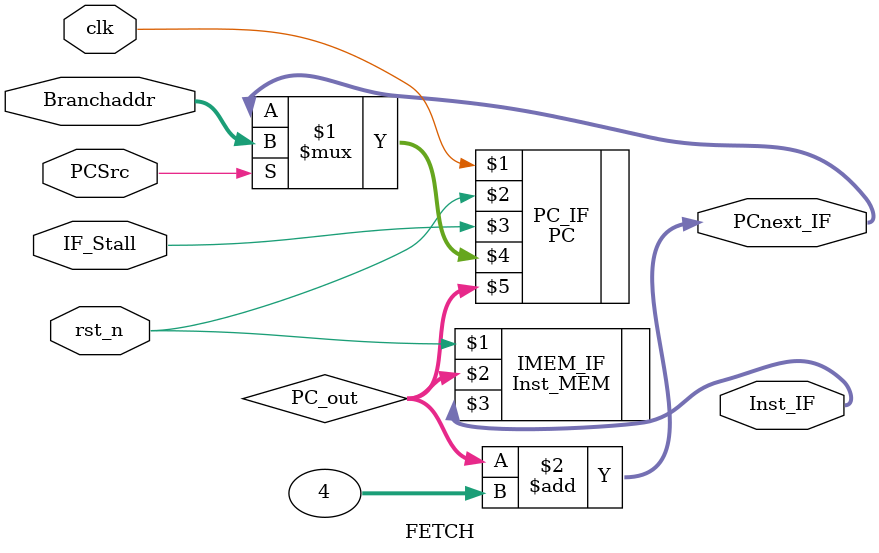
<source format=v>
`timescale 1ns/10ps
module FETCH(
    input clk, rst_n,
    input PCSrc,
    input [31:0] Branchaddr,
    input IF_Stall, 
    output [31:0] Inst_IF, PCnext_IF
);
wire [31:0] PC_out;

PC PC_IF(clk, rst_n, IF_Stall, (PCSrc)?Branchaddr:PCnext_IF, PC_out);
Inst_MEM IMEM_IF(rst_n, PC_out, Inst_IF);

assign PCnext_IF = PC_out + 4;

endmodule
</source>
